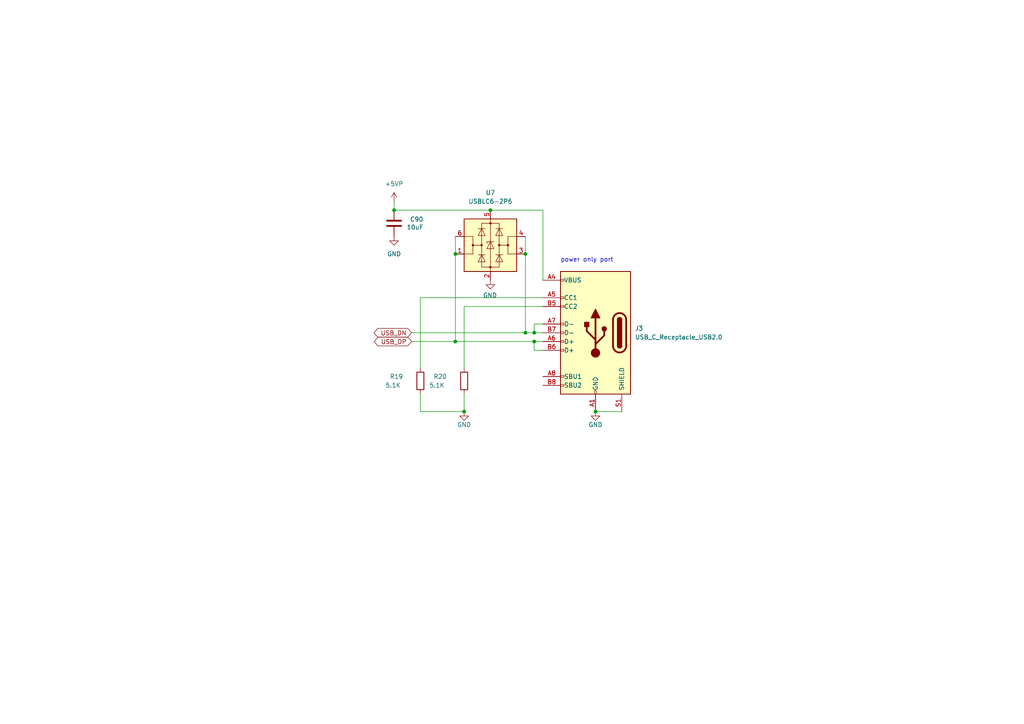
<source format=kicad_sch>
(kicad_sch (version 20231120) (generator "eeschema") (generator_version "8.0")
  (paper "A4")
  (title_block (title "USB Connector") (date "2024-06-09") (rev "R0.10") (company "Copyright 2024 Anhang Li, Wenting Zhang") (comment 2 "MERCHANTABILITY, SATISFACTORY QUALITY AND FITNESS FOR A PARTICULAR PURPOSE.") (comment 3 "This source is distributed WITHOUT ANY EXPRESS OR IMPLIED WARRANTY, INCLUDING OF") (comment 4 "This source describes Open Hardware and is licensed under the CERN-OHL-P v2."))
  (lib_symbols
    (symbol "Connector:USB_C_Receptacle_USB2.0" (pin_names (offset 1.016))
      (property "Reference" "J" (at -10.16 19.05 0))
      (property "Value" "USB_C_Receptacle_USB2.0" (at 19.05 19.05 0))
      (symbol "USB_C_Receptacle_USB2.0_0_0"
        (rectangle (start -0.254 -17.78) (end 0.254 -16.764))
        (rectangle (start 10.16 -14.986) (end 9.144 -15.494))
        (rectangle (start 10.16 -12.446) (end 9.144 -12.954))
        (rectangle (start 10.16 -4.826) (end 9.144 -5.334))
        (rectangle (start 10.16 -2.286) (end 9.144 -2.794))
        (rectangle (start 10.16 0.254) (end 9.144 -0.254))
        (rectangle (start 10.16 2.794) (end 9.144 2.286))
        (rectangle (start 10.16 7.874) (end 9.144 7.366))
        (rectangle (start 10.16 10.414) (end 9.144 9.906))
        (rectangle (start 10.16 15.494) (end 9.144 14.986))
      )
      (symbol "USB_C_Receptacle_USB2.0_0_1"
        (rectangle (start -10.16 17.78) (end 10.16 -17.78) (stroke (width 0.254)) (fill (type background)))
        (arc (start -8.89 -3.81) (mid -6.985 -5.7067) (end -5.08 -3.81) (stroke (width 0.508)))
        (arc (start -7.62 -3.81) (mid -6.985 -4.4423) (end -6.35 -3.81) (stroke (width 0.254)))
        (arc (start -7.62 -3.81) (mid -6.985 -4.4423) (end -6.35 -3.81) (stroke (width 0.254)) (fill (type outline)))
        (rectangle (start -7.62 -3.81) (end -6.35 3.81) (stroke (width 0.254)) (fill (type outline)))
        (arc (start -6.35 3.81) (mid -6.985 4.4423) (end -7.62 3.81) (stroke (width 0.254)))
        (arc (start -6.35 3.81) (mid -6.985 4.4423) (end -7.62 3.81) (stroke (width 0.254)) (fill (type outline)))
        (arc (start -5.08 3.81) (mid -6.985 5.7067) (end -8.89 3.81) (stroke (width 0.508)))
        (circle (center -2.54 1.143) (radius 0.635) (stroke (width 0.254)) (fill (type outline)))
        (circle (center 0 -5.842) (radius 1.27) (fill (type outline)))
        (polyline (pts (xy -8.89 -3.81) (xy -8.89 3.81)) (stroke (width 0.508)))
        (polyline (pts (xy -5.08 3.81) (xy -5.08 -3.81)) (stroke (width 0.508)))
        (polyline (pts (xy 0 -5.842) (xy 0 4.318)) (stroke (width 0.508)))
        (polyline (pts (xy 0 -3.302) (xy -2.54 -0.762) (xy -2.54 0.508)) (stroke (width 0.508)))
        (polyline (pts (xy 0 -2.032) (xy 2.54 0.508) (xy 2.54 1.778)) (stroke (width 0.508)))
        (polyline (pts (xy -1.27 4.318) (xy 0 6.858) (xy 1.27 4.318) (xy -1.27 4.318)) (stroke (width 0.254)) (fill (type outline)))
        (rectangle (start 1.905 1.778) (end 3.175 3.048) (stroke (width 0.254)) (fill (type outline)))
      )
      (symbol "USB_C_Receptacle_USB2.0_1_1"
        (pin passive line (at 0 -22.86 90) (length 5.08) (name "GND") (number "A1"))
        (pin passive line (at 0 -22.86 90) (length 5.08) hide (name "GND") (number "A12"))
        (pin passive line (at 15.24 15.24 180) (length 5.08) (name "VBUS") (number "A4"))
        (pin bidirectional line (at 15.24 10.16 180) (length 5.08) (name "CC1") (number "A5"))
        (pin bidirectional line (at 15.24 -2.54 180) (length 5.08) (name "D+") (number "A6"))
        (pin bidirectional line (at 15.24 2.54 180) (length 5.08) (name "D-") (number "A7"))
        (pin bidirectional line (at 15.24 -12.7 180) (length 5.08) (name "SBU1") (number "A8"))
        (pin passive line (at 15.24 15.24 180) (length 5.08) hide (name "VBUS") (number "A9"))
        (pin passive line (at 0 -22.86 90) (length 5.08) hide (name "GND") (number "B1"))
        (pin passive line (at 0 -22.86 90) (length 5.08) hide (name "GND") (number "B12"))
        (pin passive line (at 15.24 15.24 180) (length 5.08) hide (name "VBUS") (number "B4"))
        (pin bidirectional line (at 15.24 7.62 180) (length 5.08) (name "CC2") (number "B5"))
        (pin bidirectional line (at 15.24 -5.08 180) (length 5.08) (name "D+") (number "B6"))
        (pin bidirectional line (at 15.24 0 180) (length 5.08) (name "D-") (number "B7"))
        (pin bidirectional line (at 15.24 -15.24 180) (length 5.08) (name "SBU2") (number "B8"))
        (pin passive line (at 15.24 15.24 180) (length 5.08) hide (name "VBUS") (number "B9"))
        (pin passive line (at -7.62 -22.86 90) (length 5.08) (name "SHIELD") (number "S1"))
      )
    )
    (symbol "Device:C" (pin_numbers hide) (pin_names (offset 0.254))
      (property "Reference" "C" (at 0.635 2.54 0))
      (property "Value" "C" (at 0.635 -2.54 0))
      (symbol "C_0_1"
        (polyline (pts (xy -2.032 -0.762) (xy 2.032 -0.762)) (stroke (width 0.508)))
        (polyline (pts (xy -2.032 0.762) (xy 2.032 0.762)) (stroke (width 0.508)))
      )
      (symbol "C_1_1"
        (pin passive line (at 0 3.81 270) (length 2.794) (name "~") (number "1"))
        (pin passive line (at 0 -3.81 90) (length 2.794) (name "~") (number "2"))
      )
    )
    (symbol "Device:R" (pin_numbers hide) (pin_names (offset 0))
      (property "Reference" "R" (at 2.032 0 90))
      (property "Value" "R" (at 0 0 90))
      (symbol "R_0_1"
        (rectangle (start -1.016 -2.54) (end 1.016 2.54) (stroke (width 0.254)))
      )
      (symbol "R_1_1"
        (pin passive line (at 0 3.81 270) (length 1.27) (name "~") (number "1"))
        (pin passive line (at 0 -3.81 90) (length 1.27) (name "~") (number "2"))
      )
    )
    (symbol "Power_Protection:USBLC6-2P6" (pin_names hide)
      (property "Reference" "U" (at 2.54 8.89 0))
      (property "Value" "USBLC6-2P6" (at 2.54 -8.89 0))
      (symbol "USBLC6-2P6_0_1"
        (rectangle (start -7.62 -7.62) (end 7.62 7.62) (stroke (width 0.254)) (fill (type background)))
        (circle (center -5.08 0) (radius 0.254) (fill (type outline)))
        (circle (center -2.54 0) (radius 0.254) (fill (type outline)))
        (rectangle (start -2.54 6.35) (end 2.54 -6.35))
        (circle (center 0 -6.35) (radius 0.254) (fill (type outline)))
        (polyline (pts (xy -5.08 -2.54) (xy -7.62 -2.54)))
        (polyline (pts (xy -5.08 0) (xy -5.08 -2.54)))
        (polyline (pts (xy -5.08 2.54) (xy -7.62 2.54)))
        (polyline (pts (xy -1.524 -2.794) (xy -3.556 -2.794)))
        (polyline (pts (xy -1.524 4.826) (xy -3.556 4.826)))
        (polyline (pts (xy 0 -7.62) (xy 0 -6.35)))
        (polyline (pts (xy 0 -6.35) (xy 0 1.27)))
        (polyline (pts (xy 0 1.27) (xy 0 6.35)))
        (polyline (pts (xy 0 6.35) (xy 0 7.62)))
        (polyline (pts (xy 1.524 -2.794) (xy 3.556 -2.794)))
        (polyline (pts (xy 1.524 4.826) (xy 3.556 4.826)))
        (polyline (pts (xy 5.08 -2.54) (xy 7.62 -2.54)))
        (polyline (pts (xy 5.08 0) (xy 5.08 -2.54)))
        (polyline (pts (xy 5.08 2.54) (xy 7.62 2.54)))
        (polyline (pts (xy -2.54 0) (xy -5.08 0) (xy -5.08 2.54)))
        (polyline (pts (xy 2.54 0) (xy 5.08 0) (xy 5.08 2.54)))
        (polyline (pts (xy -3.556 -4.826) (xy -1.524 -4.826) (xy -2.54 -2.794) (xy -3.556 -4.826)))
        (polyline (pts (xy -3.556 2.794) (xy -1.524 2.794) (xy -2.54 4.826) (xy -3.556 2.794)))
        (polyline (pts (xy -1.016 -1.016) (xy 1.016 -1.016) (xy 0 1.016) (xy -1.016 -1.016)))
        (polyline (pts (xy 1.016 1.016) (xy 0.762 1.016) (xy -1.016 1.016) (xy -1.016 0.508)))
        (polyline (pts (xy 3.556 -4.826) (xy 1.524 -4.826) (xy 2.54 -2.794) (xy 3.556 -4.826)))
        (polyline (pts (xy 3.556 2.794) (xy 1.524 2.794) (xy 2.54 4.826) (xy 3.556 2.794)))
        (circle (center 0 6.35) (radius 0.254) (fill (type outline)))
        (circle (center 2.54 0) (radius 0.254) (fill (type outline)))
        (circle (center 5.08 0) (radius 0.254) (fill (type outline)))
      )
      (symbol "USBLC6-2P6_1_1"
        (pin passive line (at -10.16 -2.54 0) (length 2.54) (name "I/O1") (number "1"))
        (pin passive line (at 0 -10.16 90) (length 2.54) (name "GND") (number "2"))
        (pin passive line (at 10.16 -2.54 180) (length 2.54) (name "I/O2") (number "3"))
        (pin passive line (at 10.16 2.54 180) (length 2.54) (name "I/O2") (number "4"))
        (pin passive line (at 0 10.16 270) (length 2.54) (name "VBUS") (number "5"))
        (pin passive line (at -10.16 2.54 0) (length 2.54) (name "I/O1") (number "6"))
      )
    )
    (symbol "power:+5VP" (power) (pin_names (offset 0))
      (property "Value" "+5VP" (at 0 3.556 0))
      (symbol "+5VP_0_1"
        (polyline (pts (xy -0.762 1.27) (xy 0 2.54)))
        (polyline (pts (xy 0 0) (xy 0 2.54)))
        (polyline (pts (xy 0 2.54) (xy 0.762 1.27)))
      )
      (symbol "+5VP_1_1"
        (pin power_in line (at 0 0 90) (length 0) hide (name "+5VP") (number "1"))
      )
    )
    (symbol "power:GND" (power) (pin_names (offset 0))
      (property "Value" "GND" (at 0 -3.81 0))
      (symbol "GND_0_1"
        (polyline (pts (xy 0 0) (xy 0 -1.27) (xy 1.27 -1.27) (xy 0 -2.54) (xy -1.27 -1.27) (xy 0 -1.27)))
      )
      (symbol "GND_1_1"
        (pin power_in line (at 0 0 270) (length 0) hide (name "GND") (number "1"))
      )
    )
  )
  (junction (at 114.3 60.96) (diameter 0.9144))
  (junction (at 132.08 99.06))
  (junction (at 152.4 96.52))
  (junction (at 152.4 73.66))
  (junction (at 142.24 60.96))
  (junction (at 172.72 119.38))
  (junction (at 134.62 119.38))
  (junction (at 154.94 99.06))
  (junction (at 132.08 73.66))
  (junction (at 154.94 96.52))
  (wire (pts (xy 132.08 99.06) (xy 154.94 99.06)))
  (wire (pts (xy 132.08 73.66) (xy 132.08 68.58)))
  (wire (pts (xy 121.92 114.3) (xy 121.92 119.38)))
  (wire (pts (xy 154.94 101.6) (xy 154.94 99.06)))
  (wire (pts (xy 157.48 93.98) (xy 154.94 93.98)))
  (wire (pts (xy 119.38 99.06) (xy 132.08 99.06)))
  (wire (pts (xy 121.92 119.38) (xy 134.62 119.38)))
  (wire (pts (xy 154.94 93.98) (xy 154.94 96.52)))
  (wire (pts (xy 132.08 73.66) (xy 132.08 99.06)))
  (wire (pts (xy 154.94 96.52) (xy 157.48 96.52)))
  (wire (pts (xy 152.4 73.66) (xy 152.4 68.58)))
  (wire (pts (xy 154.94 99.06) (xy 157.48 99.06)))
  (wire (pts (xy 119.38 96.52) (xy 152.4 96.52)))
  (wire (pts (xy 152.4 73.66) (xy 152.4 96.52)))
  (wire (pts (xy 134.62 114.3) (xy 134.62 119.38)))
  (wire (pts (xy 121.92 106.68) (xy 121.92 86.36)))
  (wire (pts (xy 134.62 88.9) (xy 157.48 88.9)))
  (wire (pts (xy 172.72 119.38) (xy 180.34 119.38)))
  (wire (pts (xy 157.48 60.96) (xy 157.48 81.28)))
  (wire (pts (xy 134.62 88.9) (xy 134.62 106.68)))
  (wire (pts (xy 152.4 96.52) (xy 154.94 96.52)))
  (wire (pts (xy 142.24 60.96) (xy 157.48 60.96)))
  (wire (pts (xy 157.48 101.6) (xy 154.94 101.6)))
  (wire (pts (xy 121.92 86.36) (xy 157.48 86.36)))
  (wire (pts (xy 114.3 58.42) (xy 114.3 60.96)))
  (wire (pts (xy 114.3 60.96) (xy 142.24 60.96)))
  (text "power only port" (at 162.56 76.2 0) (effects (font (size 1.27 1.27)) (justify left bottom)))
  (global_label "USB_DP" (shape bidirectional) (at 119.38 99.06 180) (property "Intersheetrefs" "${INTERSHEET_REFS}" (effects (hide yes))))
  (global_label "USB_DN" (shape bidirectional) (at 119.38 96.52 180) (property "Intersheetrefs" "${INTERSHEET_REFS}" (effects (hide yes))))
  (symbol (lib_id "power:GND") (at 134.62 119.38 0) (unit 1)
    (property "Reference" "#PWR085" (effects (hide yes)))
    (property "Value" "GND" (at 134.62 123.19 0))
  )
  (symbol (lib_id "power:GND") (at 172.72 119.38 0) (unit 1)
    (property "Reference" "#PWR086" (effects (hide yes)))
    (property "Value" "GND" (at 172.72 123.19 0))
  )
  (symbol (lib_id "Connector:USB_C_Receptacle_USB2.0") (at 172.72 96.52 0) (mirror y) (unit 1)
    (property "Reference" "J3" (at 184.15 95.2499 0) (effects (justify right)))
    (property "Value" "USB_C_Receptacle_USB2.0" (at 184.15 97.7899 0) (effects (justify right)))
    (property "Footprint" "Connector_USB:USB_C_Receptacle_HRO_TYPE-C-31-M-12" (effects (hide yes)))
    (property "Datasheet" "https://www.usb.org/sites/default/files/documents/usb_type-c.zip" (effects (hide yes)))
  )
  (symbol (lib_id "Device:R") (at 134.62 110.49 0) (unit 1)
    (property "Reference" "R20" (at 125.73 109.22 0) (effects (justify left)))
    (property "Value" "5.1K" (at 124.46 111.76 0) (effects (justify left)))
    (property "Footprint" "Resistor_SMD:R_0402_1005Metric" (effects (hide yes)))
  )
  (symbol (lib_id "Device:C") (at 114.3 64.77 0) (mirror y) (unit 1)
    (property "Reference" "C90" (at 122.809 63.602 0) (effects (justify left)))
    (property "Value" "10uF" (at 122.809 65.913 0) (effects (justify left)))
    (property "Footprint" "Capacitor_SMD:C_0603_1608Metric" (effects (hide yes)))
  )
  (symbol (lib_id "power:GND") (at 142.24 81.28 0) (mirror y) (unit 1)
    (property "Reference" "#PWR0101" (effects (hide yes)))
    (property "Value" "GND" (at 142.113 85.6742 0))
  )
  (symbol (lib_id "power:+5VP") (at 114.3 58.42 0) (unit 1)
    (property "Reference" "#PWR075" (effects (hide yes)))
    (property "Value" "+5VP" (at 114.3 53.34 0))
  )
  (symbol (lib_id "Device:R") (at 121.92 110.49 0) (unit 1)
    (property "Reference" "R19" (at 113.03 109.22 0) (effects (justify left)))
    (property "Value" "5.1K" (at 111.76 111.76 0) (effects (justify left)))
    (property "Footprint" "Resistor_SMD:R_0402_1005Metric" (effects (hide yes)))
  )
  (symbol (lib_id "power:GND") (at 114.3 68.58 0) (mirror y) (unit 1)
    (property "Reference" "#PWR076" (effects (hide yes)))
    (property "Value" "GND" (at 114.3 73.66 0))
  )
  (symbol (lib_id "Power_Protection:USBLC6-2P6") (at 142.24 71.12 0) (unit 1)
    (property "Reference" "U7" (at 142.24 55.88 0))
    (property "Value" "USBLC6-2P6" (at 142.24 58.42 0))
    (property "Footprint" "Package_TO_SOT_SMD:SOT-666" (effects (hide yes)))
    (property "Datasheet" "https://www.st.com/resource/en/datasheet/usblc6-2.pdf" (effects (hide yes)))
  )
)
</source>
